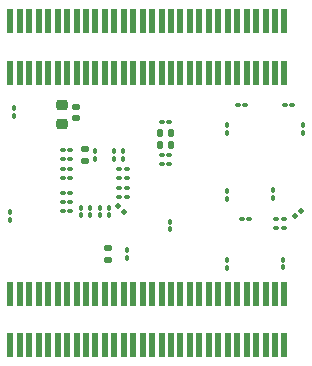
<source format=gbr>
%TF.GenerationSoftware,KiCad,Pcbnew,9.0.6-r1*%
%TF.CreationDate,2025-12-20T23:12:14+08:00*%
%TF.ProjectId,H750XB_V2,48373530-5842-45f5-9632-2e6b69636164,rev?*%
%TF.SameCoordinates,Original*%
%TF.FileFunction,Soldermask,Bot*%
%TF.FilePolarity,Negative*%
%FSLAX46Y46*%
G04 Gerber Fmt 4.6, Leading zero omitted, Abs format (unit mm)*
G04 Created by KiCad (PCBNEW 9.0.6-r1) date 2025-12-20 23:12:14*
%MOMM*%
%LPD*%
G01*
G04 APERTURE LIST*
G04 Aperture macros list*
%AMRoundRect*
0 Rectangle with rounded corners*
0 $1 Rounding radius*
0 $2 $3 $4 $5 $6 $7 $8 $9 X,Y pos of 4 corners*
0 Add a 4 corners polygon primitive as box body*
4,1,4,$2,$3,$4,$5,$6,$7,$8,$9,$2,$3,0*
0 Add four circle primitives for the rounded corners*
1,1,$1+$1,$2,$3*
1,1,$1+$1,$4,$5*
1,1,$1+$1,$6,$7*
1,1,$1+$1,$8,$9*
0 Add four rect primitives between the rounded corners*
20,1,$1+$1,$2,$3,$4,$5,0*
20,1,$1+$1,$4,$5,$6,$7,0*
20,1,$1+$1,$6,$7,$8,$9,0*
20,1,$1+$1,$8,$9,$2,$3,0*%
G04 Aperture macros list end*
%ADD10RoundRect,0.135000X0.185000X-0.135000X0.185000X0.135000X-0.185000X0.135000X-0.185000X-0.135000X0*%
%ADD11RoundRect,0.100000X0.100000X-0.130000X0.100000X0.130000X-0.100000X0.130000X-0.100000X-0.130000X0*%
%ADD12RoundRect,0.100000X-0.100000X0.130000X-0.100000X-0.130000X0.100000X-0.130000X0.100000X0.130000X0*%
%ADD13RoundRect,0.100000X0.130000X0.100000X-0.130000X0.100000X-0.130000X-0.100000X0.130000X-0.100000X0*%
%ADD14RoundRect,0.225000X-0.250000X0.225000X-0.250000X-0.225000X0.250000X-0.225000X0.250000X0.225000X0*%
%ADD15RoundRect,0.100000X-0.130000X-0.100000X0.130000X-0.100000X0.130000X0.100000X-0.130000X0.100000X0*%
%ADD16RoundRect,0.100000X0.021213X0.162635X-0.162635X-0.021213X-0.021213X-0.162635X0.162635X0.021213X0*%
%ADD17RoundRect,0.100000X0.162635X-0.021213X-0.021213X0.162635X-0.162635X0.021213X0.021213X-0.162635X0*%
%ADD18RoundRect,0.140000X0.140000X0.170000X-0.140000X0.170000X-0.140000X-0.170000X0.140000X-0.170000X0*%
%ADD19RoundRect,0.140000X-0.170000X0.140000X-0.170000X-0.140000X0.170000X-0.140000X0.170000X0.140000X0*%
%ADD20RoundRect,0.140000X0.170000X-0.140000X0.170000X0.140000X-0.170000X0.140000X-0.170000X-0.140000X0*%
%ADD21R,0.500000X2.000000*%
G04 APERTURE END LIST*
D10*
%TO.C,R1*%
X9748800Y16890000D03*
X9748800Y17910000D03*
%TD*%
D11*
%TO.C,C64*%
X21748800Y7835000D03*
X21748800Y8475000D03*
%TD*%
D12*
%TO.C,C61*%
X3698800Y21320000D03*
X3698800Y20680000D03*
%TD*%
D13*
%TO.C,C59*%
X16868800Y20200000D03*
X16228800Y20200000D03*
%TD*%
D11*
%TO.C,C62*%
X26448800Y7860000D03*
X26448800Y8500000D03*
%TD*%
%TO.C,C58*%
X13298800Y8680000D03*
X13298800Y9320000D03*
%TD*%
D14*
%TO.C,C60*%
X7748800Y21575000D03*
X7748800Y20025000D03*
%TD*%
D12*
%TO.C,C52*%
X28148800Y19920000D03*
X28148800Y19280000D03*
%TD*%
D15*
%TO.C,C51*%
X22628800Y21600000D03*
X23268800Y21600000D03*
%TD*%
D16*
%TO.C,C50*%
X27975074Y12626274D03*
X27522526Y12173726D03*
%TD*%
D13*
%TO.C,C39*%
X26523800Y11200000D03*
X25883800Y11200000D03*
%TD*%
%TO.C,C44*%
X26523800Y12000000D03*
X25883800Y12000000D03*
%TD*%
D15*
%TO.C,C48*%
X22994800Y12000000D03*
X23634800Y12000000D03*
%TD*%
D11*
%TO.C,C43*%
X21748800Y19280000D03*
X21748800Y19920000D03*
%TD*%
D12*
%TO.C,C42*%
X25648800Y14400000D03*
X25648800Y13760000D03*
%TD*%
%TO.C,C45*%
X21748800Y14320000D03*
X21748800Y13680000D03*
%TD*%
D17*
%TO.C,C34*%
X12975074Y12573726D03*
X12522526Y13026274D03*
%TD*%
D13*
%TO.C,C30*%
X13268800Y16200000D03*
X12628800Y16200000D03*
%TD*%
D12*
%TO.C,C31*%
X12948800Y17720000D03*
X12948800Y17080000D03*
%TD*%
D11*
%TO.C,C35*%
X10948800Y12280000D03*
X10948800Y12920000D03*
%TD*%
D13*
%TO.C,C28*%
X13268800Y14600000D03*
X12628800Y14600000D03*
%TD*%
D15*
%TO.C,C37*%
X26628800Y21600000D03*
X27268800Y21600000D03*
%TD*%
%TO.C,C33*%
X7828800Y14200000D03*
X8468800Y14200000D03*
%TD*%
%TO.C,C32*%
X7828800Y16200000D03*
X8468800Y16200000D03*
%TD*%
D13*
%TO.C,C29*%
X13268800Y13800000D03*
X12628800Y13800000D03*
%TD*%
D15*
%TO.C,C24*%
X7828800Y15400000D03*
X8468800Y15400000D03*
%TD*%
D12*
%TO.C,C22*%
X10548800Y17720000D03*
X10548800Y17080000D03*
%TD*%
D15*
%TO.C,C18*%
X7828800Y12600000D03*
X8468800Y12600000D03*
%TD*%
D11*
%TO.C,C16*%
X11748800Y12280000D03*
X11748800Y12920000D03*
%TD*%
D18*
%TO.C,C14*%
X17028800Y18200000D03*
X16068800Y18200000D03*
%TD*%
D13*
%TO.C,C21*%
X13268800Y15400000D03*
X12628800Y15400000D03*
%TD*%
D11*
%TO.C,C27*%
X10148800Y12280000D03*
X10148800Y12920000D03*
%TD*%
%TO.C,C26*%
X9348800Y12280000D03*
X9348800Y12920000D03*
%TD*%
D15*
%TO.C,C25*%
X7828800Y13400000D03*
X8468800Y13400000D03*
%TD*%
D11*
%TO.C,C23*%
X16948800Y11080000D03*
X16948800Y11720000D03*
%TD*%
D12*
%TO.C,C20*%
X12148800Y17720000D03*
X12148800Y17080000D03*
%TD*%
D15*
%TO.C,C17*%
X7828800Y17800000D03*
X8468800Y17800000D03*
%TD*%
%TO.C,C15*%
X7828800Y17000000D03*
X8468800Y17000000D03*
%TD*%
D13*
%TO.C,C12*%
X16868800Y17400000D03*
X16228800Y17400000D03*
%TD*%
%TO.C,C10*%
X16868800Y16600000D03*
X16228800Y16600000D03*
%TD*%
D19*
%TO.C,C3*%
X8948800Y21480000D03*
X8948800Y20520000D03*
%TD*%
D12*
%TO.C,C11*%
X3348800Y12520000D03*
X3348800Y11880000D03*
%TD*%
D20*
%TO.C,C9*%
X11698800Y8520000D03*
X11698800Y9480000D03*
%TD*%
D18*
%TO.C,C6*%
X17028800Y19200000D03*
X16068800Y19200000D03*
%TD*%
D21*
%TO.C,CN1*%
X26600000Y28750000D03*
X26600000Y24350000D03*
X25800000Y28750000D03*
X25800000Y24350000D03*
X25000000Y28750000D03*
X25000000Y24350000D03*
X24200000Y28750000D03*
X24200000Y24350000D03*
X23400000Y28750000D03*
X23400000Y24350000D03*
X22600000Y28750000D03*
X22600000Y24350000D03*
X21800000Y28750000D03*
X21800000Y24350000D03*
X21000000Y28750000D03*
X21000000Y24350000D03*
X20200000Y28750000D03*
X20200000Y24350000D03*
X19400000Y28750000D03*
X19400000Y24350000D03*
X18600000Y28750000D03*
X18600000Y24350000D03*
X17800000Y28750000D03*
X17800000Y24350000D03*
X17000000Y28750000D03*
X17000000Y24350000D03*
X16200000Y28750000D03*
X16200000Y24350000D03*
X15400000Y28750000D03*
X15400000Y24350000D03*
X14600000Y28750000D03*
X14600000Y24350000D03*
X13800000Y28750000D03*
X13800000Y24350000D03*
X13000000Y28750000D03*
X13000000Y24350000D03*
X12200000Y28750000D03*
X12200000Y24350000D03*
X11400000Y28750000D03*
X11400000Y24350000D03*
X10600000Y28750000D03*
X10600000Y24350000D03*
X9800000Y28750000D03*
X9800000Y24350000D03*
X9000000Y28750000D03*
X9000000Y24350000D03*
X8200000Y28750000D03*
X8200000Y24350000D03*
X7400000Y28750000D03*
X7400000Y24350000D03*
X6600000Y28750000D03*
X6600000Y24350000D03*
X5800000Y28750000D03*
X5800000Y24350000D03*
X5000000Y28750000D03*
X5000000Y24350000D03*
X4200000Y28750000D03*
X4200000Y24350000D03*
X3400000Y28750000D03*
X3400000Y24350000D03*
%TD*%
%TO.C,CN3*%
X26600000Y5650000D03*
X26600000Y1250000D03*
X25800000Y5650000D03*
X25800000Y1250000D03*
X25000000Y5650000D03*
X25000000Y1250000D03*
X24200000Y5650000D03*
X24200000Y1250000D03*
X23400000Y5650000D03*
X23400000Y1250000D03*
X22600000Y5650000D03*
X22600000Y1250000D03*
X21800000Y5650000D03*
X21800000Y1250000D03*
X21000000Y5650000D03*
X21000000Y1250000D03*
X20200000Y5650000D03*
X20200000Y1250000D03*
X19400000Y5650000D03*
X19400000Y1250000D03*
X18600000Y5650000D03*
X18600000Y1250000D03*
X17800000Y5650000D03*
X17800000Y1250000D03*
X17000000Y5650000D03*
X17000000Y1250000D03*
X16200000Y5650000D03*
X16200000Y1250000D03*
X15400000Y5650000D03*
X15400000Y1250000D03*
X14600000Y5650000D03*
X14600000Y1250000D03*
X13800000Y5650000D03*
X13800000Y1250000D03*
X13000000Y5650000D03*
X13000000Y1250000D03*
X12200000Y5650000D03*
X12200000Y1250000D03*
X11400000Y5650000D03*
X11400000Y1250000D03*
X10600000Y5650000D03*
X10600000Y1250000D03*
X9800000Y5650000D03*
X9800000Y1250000D03*
X9000000Y5650000D03*
X9000000Y1250000D03*
X8200000Y5650000D03*
X8200000Y1250000D03*
X7400000Y5650000D03*
X7400000Y1250000D03*
X6600000Y5650000D03*
X6600000Y1250000D03*
X5800000Y5650000D03*
X5800000Y1250000D03*
X5000000Y5650000D03*
X5000000Y1250000D03*
X4200000Y5650000D03*
X4200000Y1250000D03*
X3400000Y5650000D03*
X3400000Y1250000D03*
%TD*%
M02*

</source>
